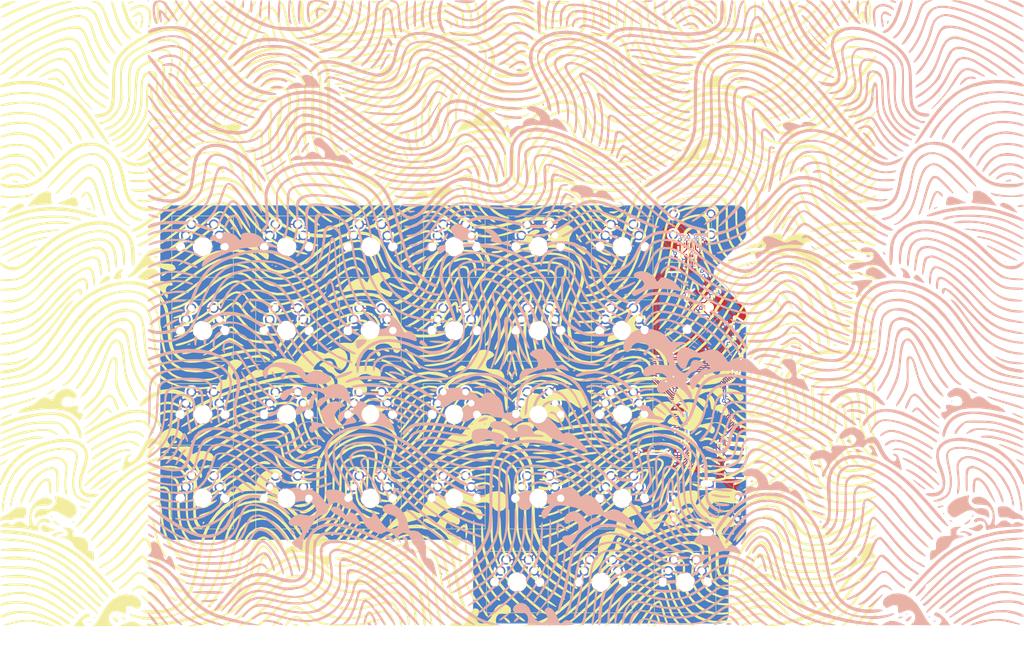
<source format=kicad_pcb>
(kicad_pcb (version 20221018) (generator pcbnew)
  (layers (0 "F.Cu" signal) (31 "B.Cu" signal) (34 "B.Paste" user) (35 "F.Paste" user) (36 "B.SilkS" user "B.Silkscreen") (37 "F.SilkS" user "F.Silkscreen") (38 "B.Mask" user) (39 "F.Mask" user) (44 "Edge.Cuts" user))
  (net 0 "")
  (net 1 "/USB/D+")
  (net 2 "/USB/D-")
  (net 3 "/USB/VBUS")
  (net 4 "Net-(J4-CC1)")
  (net 5 "Net-(J4-CC2)")
  (net 6 "+5V")
  (net 7 "+3V3")
  (net 8 "/MCU/ROTARY_INT1")
  (net 9 "/MCU/ROTARY_INT2")
  (net 11 "/MCU/SWD_CLK")
  (net 12 "/MCU/SWD_IO")
  (net 13 "/MCU/CAN_RX")
  (net 14 "/MCU/CAN_TX")
  (net 15 "GND")
  (net 16 "/MCU/S21")
  (net 17 "/MCU/S1")
  (net 18 "/MCU/S2")
  (net 19 "/MCU/S3")
  (net 20 "/MCU/S4")
  (net 21 "/MCU/S5")
  (net 22 "/MCU/S6")
  (net 23 "/MCU/S7")
  (net 24 "/MCU/S8")
  (net 25 "/MCU/S9")
  (net 26 "/MCU/S10")
  (net 27 "/MCU/S11")
  (net 28 "/MCU/S12")
  (net 29 "/MCU/S13")
  (net 30 "/MCU/S14")
  (net 31 "/MCU/S15")
  (net 32 "/MCU/S16")
  (net 33 "/MCU/S25")
  (net 34 "/MCU/S17")
  (net 35 "/MCU/S18")
  (net 36 "/MCU/S19")
  (net 37 "/MCU/S20")
  (net 38 "/MCU/S26")
  (net 39 "/MCU/S22")
  (net 40 "/MCU/S23")
  (net 41 "/MCU/S24")
  (net 42 "/MCU/S27")
  (net 43 "Net-(U1A-PG10-NRST)")
  (net 44 "Net-(U1A-PF0-OSC_IN)")
  (net 45 "/MCU/ROTARY_SW")
  (net 58 "Net-(U3-ADJ{slash}BYP)")
  (net 59 "Net-(D3-Pad1)")
  (net 63 "Net-(D4-D3)")
  (net 73 "/TRRS/+5V_IN")
  (net 74 "Net-(D4-D1)")
  (footprint "junon-kb:SOT-666_STM" (layer "F.Cu") (at 188.75 48.2 90)
    (fp_text reference "D1" hide)
    (fp_text value "USBLC6-2P6")
  )
  (footprint "junon-kb:SW_Cherry_MX_1.00u_PCB" (layer "F.Cu") (at 137.3 97.46)
    (fp_text reference "SW16" hide)
    (fp_text value "~")
  )
  (footprint "junon-kb:ECS3225MV320BNTR" (layer "F.Cu") (at 192.25 77.25 -135)
    (fp_text reference "Y1" hide)
    (fp_text value "ECS-3225MV-320-CN-TR" hide)
  )
  (footprint "junon-kb:SW_Cherry_MX_1.00u_PCB" (layer "F.Cu") (at 175.4 97.46)
    (fp_text reference "SW26" hide)
    (fp_text value "~")
  )
  (footprint "junon-kb:CAP_CL21_SAM" (layer "F.Cu") (at 183.6 58.6805 90)
    (fp_text reference "C13" hide)
    (fp_text value "0.01uF")
  )
  (footprint "junon-kb:SW_Cherry_MX_1.00u_PCB" (layer "F.Cu") (at 175.4 78.41)
    (fp_text reference "SW25" hide)
    (fp_text value "~")
  )
  (footprint "junon-kb:CAPC1005X33N" (layer "F.Cu") (at 193.9 92.9 -90)
    (fp_text reference "C2" hide)
    (fp_text value "0.1uF" hide)
  )
  (footprint "Rotary_Encoder:RotaryEncoder_Alps_EC11E-Switch_Vertical_H20mm" (layer "F.Cu") (at 184.527122 102.3)
    (fp_text reference "RE1" hide)
    (fp_text value "RotaryEncoder_Switch")
  )
  (footprint "junon-kb:SW_Cherry_MX_1.00u_PCB" (layer "F.Cu") (at 118.25 40.31)
    (fp_text reference "SW9" hide)
    (fp_text value "~")
  )
  (footprint "junon-kb:CAPC1005X33N" (layer "F.Cu") (at 185.86 90.5 180)
    (fp_text reference "C6" hide)
    (fp_text value "0.1uF" hide)
  )
  (footprint "junon-kb:SW_Cherry_MX_1.00u_PCB" (layer "F.Cu") (at 80.15 59.36)
    (fp_text reference "SW2" hide)
    (fp_text value "~")
  )
  (footprint "junon-kb:RES_0603_1P6XP8_PAN" (layer "F.Cu") (at 192.6 65.2 -135)
    (fp_text reference "R3" hide)
    (fp_text value "120R")
  )
  (footprint "junon-kb:CAPC1005X33N" (layer "F.Cu") (at 183.8 77 135)
    (fp_text reference "C1" hide)
    (fp_text value "0.1uF" hide)
  )
  (footprint "junon-kb:SW_Cherry_MX_1.00u_PCB" (layer "F.Cu") (at 156.35 40.31)
    (fp_text reference locked "SW18" hide)
    (fp_text value locked "~")
  )
  (footprint "junon-kb:CAPC1005X33N" (layer "F.Cu") (at 183.4 87.4 135)
    (fp_text reference "C4" hide)
    (fp_text value "0.1uF" hide)
  )
  (footprint "junon-kb:009159010061911" (layer "F.Cu") (at 201 93.2 -90)
    (fp_text reference "J1" hide)
    (fp_text value "STLINK-V3MINIE")
    (fp_line (start -4.5 0) (end 0.7 0) (stroke (width 0.1)) (layer "Edge.Cuts"))
    (fp_line (start 0.7 0) (end 0.7 2.8) (stroke (width 0.1)) (layer "Edge.Cuts"))
    (fp_line (start 1.3 0) (end 1.3 2.8) (stroke (width 0.1)) (layer "Edge.Cuts"))
    (fp_line (start 1.3 0) (end 4.5 0) (stroke (width 0.1)) (layer "Edge.Cuts"))
    (fp_arc (start 1.3 2.8) (mid 1 3.1) (end 0.7 2.8) (stroke (width 0.1)) (layer "Edge.Cuts"))
  )
  (footprint "junon-kb:SW_Cherry_MX_1.00u_PCB" (layer "F.Cu") (at 156.35 97.46)
    (fp_text reference "SW21" hide)
    (fp_text value "~")
  )
  (footprint "junon-kb:RES_ERJUP3_PAN" (layer "F.Cu") (at 184.1 48 180)
    (fp_text reference "R2" hide)
    (fp_text value "5.1k")
  )
  (footprint "junon-kb:SW_Cherry_MX_1.00u_PCB" (layer "F.Cu") (at 175.4 40.31)
    (fp_text reference "SW23" hide)
    (fp_text value "~")
  )
  (footprint "junon-kb:CAP_0603G_AVX" (layer "F.Cu") (at 186.5 59.2 -135)
    (fp_text reference "C14" hide)
    (fp_text value "1uF")
  )
  (footprint "junon-kb:SW_Cherry_MX_1.00u_PCB" (layer "F.Cu") (at 118.25 59.36)
    (fp_text reference "SW10" hide)
    (fp_text value "~")
  )
  (footprint "junon-kb:SW_Cherry_MX_1.00u_PCB" (layer "F.Cu") (at 175.4 59.36)
    (fp_text reference locked "SW24" hide)
    (fp_text value locked "~")
  )
  (footprint "junon-kb:BLM18EG121SH1D" (layer "F.Cu") (at 187.8 55 45)
    (fp_text reference "FB2" hide)
    (fp_text value "BLM18BB600SZ1D" hide)
  )
  (footprint "junon-kb:CAPC1005X33N" (layer "F.Cu") (at 190.1 75.2 45)
    (fp_text reference "C11" hide)
    (fp_text value "0.1uF" hide)
  )
  (footprint "LOGO" (layer "F.Cu") (at 131.1 60.6)
    (fp_text reference "G***" hide)
    (fp_text value "LOGO" hide)
  )
  (footprint "junon-kb:632723300011" (layer "F.Cu") (at 188.75 39.185 180)
    (fp_text reference "J4" hide)
    (fp_text value "632723300011" hide)
  )
  (footprint "junon-kb:RESET-2P-EDGE" (layer "F.Cu") (at 199.6 61.984)
    (fp_text reference "RST1" hide)
    (fp_text value "~")
  )
  (footprint "junon-kb:SW_Cherry_MX_1.00u_PCB" (layer "F.Cu") (at 80.15 40.31)
    (fp_text reference "SW1" hide)
    (fp_text value "~")
  )
  (footprint "junon-kb:SW_Cherry_MX_1.00u_PCB" (layer "F.Cu") (at 137.3 59.36)
    (fp_text reference "SW14" hide)
    (fp_text value "~")
  )
  (footprint "junon-kb:SW_Cherry_MX_1.00u_PCB" (layer "F.Cu") (at 99.2 59.36)
    (fp_text reference locked "SW6" hide)
    (fp_text value locked "~")
  )
  (footprint "junon-kb:SW_Cherry_MX_1.00u_PCB" (layer "F.Cu") (at 156.35 59.36)
    (fp_text reference "SW19" hide)
    (fp_text value "~")
  )
  (footprint "junon-kb:SW_Cherry_MX_1.00u_PCB" (layer "F.Cu") (at 99.2 78.41)
    (fp_text reference "SW7" hide)
    (fp_text value "~")
  )
  (footprint "junon-kb:LQFP48-7x7mm" (layer "F.Cu") (at 190.75 86.25 -90)
    (fp_text reference "U1" hide)
    (fp_text value "STM32G473CCT3")
  )
  (footprint "junon-kb:SOT-23-5_VAR-AA" (layer "F.Cu") (at 184.749999 54.97635 -90)
    (fp_text reference "U3" hide)
    (fp_text value "SPX3819M5-L-1-5/TR")
  )
  (footprint "junon-kb:CDBU" (layer "F.Cu") (at 186.9 52.1 90)
    (fp_text reference "D3" hide)
    (fp_text value "CDBU0520")
  )
  (footprint "junon-kb:SW_Cherry_MX_1.00u_PCB" (layer "F.Cu") (at 156.35 78.41)
    (fp_text reference "SW20" hide)
    (fp_text value "~")
  )
  (footprint "junon-kb:CAP_CL21_SAM" (layer "F.Cu") (at 179.8 91.7 180)
    (fp_text reference "C5" hide)
    (fp_text value "4.7uF")
  )
  (footprint "junon-kb:SW_Cherry_MX_1.00u_PCB" (layer "F.Cu") (at 137.3 78.41)
    (fp_text reference "SW15" hide)
    (fp_text value "~")
  )
  (footprint "junon-kb:SOIC127P600X165-8N" (layer "F.Cu") (at 196.3 68.4 135)
    (fp_text reference "IC1" hide)
    (fp_text value "BD41041FJ-CE2" hide)
  )
  (footprint "junon-kb:CAP_CL21_SAM" (layer "F.Cu") (at 188.4 75.7 90)
    (fp_text reference "C10" hide)
    (fp_text value "4.7uF")
  )
  (footprint "junon-kb:SW_Cherry_MX_1.00u_PCB" (layer "F.Cu") (at 99.2 40.31)
    (fp_text reference "SW5" hide)
    (fp_text value "~")
  )
  (footprint "junon-kb:RES_ERJUP3_PAN" (layer "F.Cu") (at 193.7 48)
    (fp_text reference "R1" hide)
    (fp_text value "5.1k")
  )
  (footprint "junon-kb:SW_Cherry_MX_1.00u_PCB" (layer "F.Cu") (at 118.25 78.41)
    (fp_text reference "SW11" hide)
    (fp_text value "~")
  )
  (footprint "junon-kb:CAPC1005X33N" (layer "F.Cu") (at 195.6 82)
    (fp_text reference "C3" hide)
    (fp_text value "0.1uF" hide)
  )
  (footprint "junon-kb:CAP_CL21_SAM" (layer "F.Cu") (at 181.7 89.8 135)
    (fp_text reference "C7" hide)
    (fp_text value "0.01uF")
  )
  (footprint "junon-kb:SW_Cherry_MX_1.00u_PCB" (layer "F.Cu") (at 170.6375 116.51)
    (fp_text reference "SW22" hide)
    (fp_text value "~")
  )
  (footprint "junon-kb:SW_Cherry_MX_1.00u_PCB" (layer "F.Cu") (at 189.6875 116.51)
    (fp_text reference "SW27" hide)
    (fp_text value "~")
  )
  (footprint "junon-kb:CAP_0603G_AVX" (layer "F.Cu") (at 182.7 88.5 135)
    (fp_text reference "C8" hide)
    (fp_text value "1uF")
  )
  (footprint "junon-kb:SW_Cherry_MX_1.00u_PCB" (layer "F.Cu") (at 80.15 97.46)
    (fp_text reference "SW4" hide)
    (fp_text value "~")
  )
  (footprint "junon-kb:BLM18EG121SH1D" (layer "F.Cu") (at 184.1 51.7527)
    (fp_text reference "FB1" hide)
    (fp_text value "BLM18BB600SZ1D" hide)
  )
  (footprint "junon-kb:UDFN6_1P60X1P60_ONS" (layer "F.Cu") (at 189.7 52.8 -135)
    (fp_text reference "D4" hide)
    (fp_text value "NUP3115UPMUTAG")
  )
  (footprint "junon-kb:SW_Cherry_MX_1.00u_PCB" (layer "F.Cu") (at 151.5875 116.51)
    (fp_text reference "SW17" hide)
    (fp_text value "~")
  )
  (footprint "junon-kb:SW_Cherry_MX_1.00u_PCB" (layer "F.Cu") (at 80.15 78.41)
    (fp_text reference "SW3" hide)
    (fp_text value "~")
  )
  (footprint "junon-kb:SW_Cherry_MX_1.00u_PCB" (layer "F.Cu") (at 118.25 97.46)
    (fp_text reference locked "SW12" hide)
    (fp_text value locked "~")
  )
  (footprint "junon-kb:SW_Cherry_MX_1.00u_PCB" (layer "F.Cu") (at 137.3 40.31)
    (fp_text reference "SW13" hide)
    (fp_text value "~")
  )
  (footprint "junon-kb:SJ-43514-SMT_CUD" (layer "F.Cu") (at 190.282218 61.470046 -45)
    (fp_text reference "J3" hide)
    (fp_text value "SJ-43514-SMT-TR")
  )
  (footprint "junon-kb:SW_Cherry_MX_1.00u_PCB" (layer "F.Cu") (at 99.2 97.46)
    (fp_text reference "SW8" hide)
    (fp_text value "~")
  )
  (footprint "junon-kb:CAP_CL21_SAM" (layer "F.Cu") (at 186.6 75.7 90)
    (fp_text reference "C12" hide)
    (fp_text value "0.01uF")
  )
  (footprint "junon-kb:SOD-123_ONS" (layer "F.Cu") (at 184.3 50 180)
    (fp_text reference "D2" hide)
    (fp_text value "MMSZ11T1G")
  )
  (footprint "LOGO" (layer "B.Cu") (at 164.6 60.4 180)
    (fp_text reference "G***" hide)
    (fp_text value "LOGO" hide)
  )
  (footprint "junon-kb:SJ-43514-SMT_CUD" (layer "B.Cu") (at 190.282218 61.470046 135)
    (fp_text reference "J2" hide)
    (fp_text value "SJ-43514-SMT-TR")
  )
  (gr_line (start 201 88.7) (end 201 60.456854) (stroke (width 0.1)) (layer "Edge.Cuts"))
  (gr_arc (start 201 42.4) (mid 200.847759 43.165367) (end 200.414214 43.814213) (stroke (width 0.1)) (layer "Edge.Cuts"))
  (gr_arc (start 199 36) (mid 200.414214 36.585786) (end 201 38) (stroke (width 0.1)) (layer "Edge.Cuts"))
  (gr_line (start 197 129) (end 197 115.828427) (stroke (width 0.1)) (layer "Edge.Cuts"))
  (gr_line (start 70 112) (end 137 112) (stroke (width 0.1)) (layer "Edge.Cuts"))
  (gr_arc (start 197 115.828427) (mid 197.152241 115.06306) (end 197.585787 114.414213) (stroke (width 0.1)) (layer "Edge.Cuts"))
  (gr_arc (start 68 38) (mid 68.585786 36.585786) (end 70 36) (stroke (width 0.1)) (layer "Edge.Cuts"))
  (gr_arc (start 201 110.171573) (mid 200.847759 110.93694) (end 200.414214 111.585786) (stroke (width 0.1)) (layer "Edge.Cuts"))
  (gr_line (start 199 36) (end 70 36) (stroke (width 0.1)) (layer "Edge.Cuts"))
  (gr_line (start 201 42.4) (end 201 38) (stroke (width 0.1)) (layer "Edge.Cuts"))
  (gr_line (start 194.214214 50.014213) (end 200.414214 43.814213) (stroke (width 0.1)) (layer "Edge.Cuts"))
  (gr_arc (start 141 131) (mid 139.585786 130.414214) (end 139 129) (stroke (width 0.1)) (layer "Edge.Cuts"))
  (gr_line (start 68 38) (end 68 110) (stroke (width 0.1)) (layer "Edge.Cuts"))
  (gr_line (start 139 114) (end 139 129) (stroke (width 0.1)) (layer "Edge.Cuts"))
  (gr_line (start 201 110.171573) (end 201 97.7) (stroke (width 0.1)) (layer "Edge.Cuts"))
  (gr_arc (start 137 112) (mid 138.414214 112.585786) (end 139 114) (stroke (width 0.1)) (layer "Edge.Cuts"))
  (gr_line (start 200.414213 59.04264) (end 194.214213 52.84264) (stroke (width 0.1)) (layer "Edge.Cuts"))
  (gr_line (start 141 131) (end 195 131) (stroke (width 0.1)) (layer "Edge.Cuts"))
  (gr_arc (start 197 129) (mid 196.414214 130.414214) (end 195 131) (stroke (width 0.1)) (layer "Edge.Cuts"))
  (gr_arc (start 70 112) (mid 68.585786 111.414214) (end 68 110) (stroke (width 0.1)) (layer "Edge.Cuts"))
  (gr_line (start 197.585787 114.414213) (end 200.414214 111.585786) (stroke (width 0.1)) (layer "Edge.Cuts"))
  (gr_arc (start 200.414213 59.04264) (mid 200.847759 59.691487) (end 201 60.456854) (stroke (width 0.1)) (layer "Edge.Cuts"))
  (gr_arc (start 194.214213 52.84264) (mid 193.6284 51.428418) (end 194.214214 50.014213) (stroke (width 0.1)) (layer "Edge.Cuts"))
  (segment locked (start 192.376999 91.51835) (end 192.376999 94.302607) (width 0.127) (layer "F.Cu") (net 1))
  (segment (start 192.499999 91.39535) (end 192.376999 91.51835) (width 0.127) (layer "F.Cu") (net 1))
  (segment (start 192.376999 94.302607) (end 192.376999 94.49494) (width 0.127) (layer "F.Cu") (net 1))
  (segment (start 189.249999 48.9112) (end 189.249999 49.575499) (width 0.127) (layer "F.Cu") (net 1))
  (segment (start 189.249999 47.4888) (end 189.249999 48.9112) (width 0.127) (layer "F.Cu") (net 1))
  (segment (start 189 46.7038) (end 189.249999 46.953799) (width 0.127) (layer "F.Cu") (net 1))
  (segment (start 192.376999 94.49494) (end 191.428881 95.443058) (width 0.127) (layer "F.Cu") (net 1))
  (segment (start 189 45.08) (end 189 46.7038) (width 0.127) (layer "F.Cu") (net 1))
  (segment (start 189.249999 46.953799) (end 189.249999 47.4888) (width 0.127) (layer "F.Cu") (net 1))
  (segment (start 189.249999 49.575499) (end 189.2745 49.6) (width 0.127) (layer "F.Cu") (net 1))
  (segment (start 192.499999 90.499999) (end 192.499999 91.39535) (width 0.127) (layer "F.Cu") (net 1))
  (via (at 189 46.7038) (size 0.5) (drill 0.3) (layers "F.Cu" "B.Cu") (net 1))
  (via (at 191.428881 95.443058) (size 0.5) (drill 0.3) (layers "F.Cu" "B.Cu") (net 1))
  (via (at 189.2745 49.6) (size 0.5) (drill 0.3) (layers "F.Cu" "B.Cu") (net 1))
  (segment (start 188.35 46.0538) (end 188.35 43.83) (width 0.127) (layer "B.Cu") (net 1))
  (segment (start 191.428881 95.443058) (end 190.756942 95.443058) (width 0.127) (layer "B.Cu") (net 1))
  (segment (start 188.315538 95.001369) (end 188.315538 95.001368) (width 0.127) (layer "B.Cu") (net 1))
  (segment (start 188.877001 49.997499) (end 189.2745 49.6) (width 0.127) (layer "B.Cu") (net 1))
  (segment (start 180.727 53.052606) (end 182.952606 50.827) (width 0.127) (layer "B.Cu") (net 1))
  (segment (start 188.452606 50.827) (end 188.877001 50.402605) (width 0.127) (layer "B.Cu") (net 1))
  (segment (start 182.952606 50.827) (end 188.452606 50.827) (width 0.127) (layer "B.Cu") (net 1))
  (segment (start 190.756942 95.443058) (end 190.354 95.846) (width 0.127) (layer "B.Cu") (net 1))
  (segment (start 188.925606 95.846) (end 188.739803 95.660197) (width 0.127) (layer "B.Cu") (net 1))
  (segment (start 180.727 75.947394) (end 180.727 53.052606) (width 0.127) (layer "B.Cu") (net 1))
  (segment (start 188.080974 95.001368) (end 187.627 94.547394) (width 0.127) (layer "B.Cu") (net 1))
  (segment (start 187.627 82.847394) (end 180.727 75.947394) (width 0.127) (layer "B.Cu") (net 1))
  (segment (start 189 46.7038) (end 188.35 46.0538) (width 0.127) (layer "B.Cu") (net 1))
  (segment (start 187.627 94.547394) (end 187.627 82.847394) (width 0.127) (layer "B.Cu") (net 1))
  (segment (start 188.080974 95.001369) (end 188.080974 95.001368) (width 0.127) (layer "B.Cu") (net 1))
  (segment (start 188.315538 95.001368) (end 188.315537 95.001368) (width 0.127) (layer "B.Cu") (net 1))
  (segment (start 188.739804 95.19107) (end 188.739803 95.19107) (width 0.127) (layer "B.Cu") (net 1))
  (segment (start 188.877001 50.402605) (end 188.877001 49.997499) (width 0.127) (layer "B.Cu") (net 1))
  (segment (start 188.739802 95.425634) (end 188.739803 95.425634) (width 0.127) (layer "B.Cu") (net 1))
  (segment (start 188.739803 95.425634) (end 188.739803 95.425633) (width 0.127) (layer "B.Cu") (net 1))
  (segment (start 188.739803 95.19107) (end 188.550101 95.001368) (width 0.127) (layer "B.Cu") (net 1))
  (segment (start 190.354 95.846) (end 188.925606 95.846) (width 0.127) (layer "B.Cu") (net 1))
  (arc (start 188.315537 95.001368) (mid 188.198256 95.049948) (end 188.080974 95.001369) (width 0.127) (layer "B.Cu") (net 1))
  (arc (start 188.739803 95.660197) (mid 188.691223 95.542916) (end 188.739802 95.425634) (width 0.127) (layer "B.Cu") (net 1))
  (arc (start 188.550101 95.001368) (mid 188.432819 94.952789) (end 188.315538 95.001369) (width 0.127) (layer "B.Cu") (net 1))
  (arc (start 188.739803 95.425633) (mid 188.788383 95.308352) (end 188.739804 95.19107) (width 0.127) (layer "B.Cu") (net 1))
  (segment (start 192 91.39535) (end 192.123 91.51835) (width 0.127) (layer "F.Cu") (net 2))
  (segment (start 192.123 91.51835) (end 192.123 94.197394) (width 0.127) (layer "F.Cu") (net 2))
  (segment (start 188.250001 46.953799) (end 188.250001 47.4888) (width 0.127) (layer "F.Cu") (net 2))
  (segment (start 188.5 46.7038) (end 188.250001 46.953799) (width 0.127) (layer "F.Cu") (net 2))
  (segment (start 188.250001 48.9112) (end 188.250001 49.575499) (width 0.127) (layer "F.Cu") (net 2))
  (segment (start 190.995823 95.804177) (end 190.7 96.1) (width 0.127) (layer "F.Cu") (net 2))
  (segment locked (start 192.123 94.197394) (end 191.206717 95.113677) (width 0.127) (layer "F.Cu") (net 2))
  (segment (start 188.250001 47.4888) (end 188.250001 48.9112) (width 0.127) (layer "F.Cu") (net 2))
  (segment (start 192 90.499999) (end 192 91.39535) (width 0.127) (layer "F.Cu") (net 2))
  (segment (start 188.5 44.48) (end 188.5 45.08) (width 0.127) (layer "F.Cu") (net 2))
  (segment (start 191.206717 95.113677) (end 190.995823 95.324572) (width 0.127) (layer "F.Cu") (net 2))
  (segment (start 189.15 43.83) (end 188.5 44.48) (width 0.127) (layer "F.Cu") (net 2))
  (segment (start 188.250001 49.575499) (end 188.2255 49.6) (width 0.127) (layer "F.Cu") (net 2))
  (segment (start 190.995823 95.324572) (end 190.995823 95.804177) (width 0.127) (layer "F.Cu") (net 2))
  (segment (start 188.5 45.08) (end 188.5 46.7038) (width 0.127) (layer "F.Cu") (net 2))
  (via (at 190.7 96.1) (size 0.5) (drill 0.3) (layers "F.Cu" "B.Cu") (net 2))
  (via (at 188.2255 49.6) (size 0.5) (drill 0.3) (layers "F.Cu" "B.Cu") (net 2))
  (segment (start 182.847394 50.573) (end 188.347394 50.573) (width 0.127) (layer "B.Cu") (net 2))
  (segment (start 188.347394 50.573) (end 188.622999 50.297395) (width 0.127) (layer "B.Cu") (net 2))
  (segment (start 188.622999 49.997499) (end 188.2255 49.6) (width 0.127) (layer "B.Cu") (net 2))
  (segment (start 187.373 94.652606) (end 187.373 82.952606) (width 0.127) (layer "B.Cu") (net 2))
  (segment (start 180.473 52.947394) (end 182.847394 50.573) (width 0.127) (layer "B.Cu") (net 2))
  (segment (start 180.473 76.052606) (end 180.473 52.947394) (width 0.127) (layer "B.Cu") (net 2))
  (segment (start 188.820394 96.1) (end 187.373 94.652606) (width 0.127) (layer "B.Cu") (net 2))
  (segment (start 187.373 82.952606) (end 180.473 76.052606) (width 0.127) (layer "B.Cu") (net 2))
  (segment (start 190.7 96.1) (end 188.820394 96.1) (width 0.127) (layer "B.Cu") (net 2))
  (segment (start 188.622999 50.297395) (end 188.622999 49.997499) (width 0.127) (layer "B.Cu") (net 2))
  (segment (start 186.3 47.2) (end 186.3 48.3) (width 0.25) (layer "F.Cu") (net 3))
  (segment (start 186.3 48.3) (end 186.3 49.6764) (width 0.5) (layer "F.Cu") (net 3))
  (segment (start 190 43.88) (end 190 45.08) (width 0.25) (layer "F.Cu") (net 3))
  (segment (start 187.5 45.08) (end 187.5 46) (width 0.25) (layer "F.Cu") (net 3))
  (segment (start 187.5 46) (end 186.3 47.2) (width 0.25) (layer "F.Cu") (net 3))
  (segment (start 185.9764 50) (end 186.9 50.9236) (width 0.5) (layer "F.Cu") (net 3))
  (segment (start 186.9 50.9236) (end 186.9 51.2745) (width 0.25) (layer "F.Cu") (net 3))
  (segment (start 187.5 43.88) (end 187.5 45.08) (width 0.25) (layer "F.Cu") (net 3))
  (segment (start 186.3 49.6764) (end 185.9764 50) (width 0.25) (layer "F.Cu") (net 3))
  (via (at 186.3 48.3) (size 0.8) (drill 0.4) (layers "F.Cu" "B.Cu") (net 3))
  (segment (start 190.5 47.8) (end 190 48.3) (width 0.25) (layer "B.Cu") (net 3))
  (segment (start 190 48.3) (end 186.3 48.3) (width 0.25) (layer "B.Cu") (net 3))
  (segment (start 189.95 44.289619) (end 190.5 44.839619) (width 0.25) (layer "B.Cu") (net 3))
  (segment (start 189.95 43.83) (end 189.95 44.289619) (width 0.25) (layer "B.Cu") (net 3))
  (segment (start 190.5 44.839619) (end 190.5 47.8) (width 0.25) (layer "B.Cu") (net 3))
  (segment (start 191.52 48) (end 192.8999 48) (width 0.25) (layer "F.Cu") (net 4))
  (segment (start 189.5 45.98) (end 191.52 48) (width 0.25) (layer "F.Cu") (net 4))
  (segment (start 189.5 45.08) (end 189.5 45.98) (width 0.25) (layer "F.Cu") (net 4))
  (segment (start 184.9 46.9) (end 184.9 47.9999) (width 0.25) (layer "F.Cu") (net 5))
  (via (at 184.9 46.9) (size 0.8) (drill 0.4) (layers "F.Cu" "B.Cu") (net 5))
  (segment (start 187.95 43.13) (end 187.95 42.670381) (width 0.25) (layer "B.Cu") (net 5))
  (segment (start 186.079619 40.8) (end 183.5 40.8) (width 0.25) (layer "B.Cu") (net 5))
  (segment (start 182.6 41.7) (end 182.6 44.6) (width 0.25) (layer "B.Cu") (net 5))
  (segment (start 182.6 44.6) (end 184.9 46.9) (width 0.25) (layer "B.Cu") (net 5))
  (segment (start 183.5 40.8) (end 182.6 41.7) (width 0.25) (layer "B.Cu") (net 5))
  (segment (start 187.95 42.670381) (end 186.079619 40.8) (width 0.25) (layer "B.Cu") (net 5))
  (segment (start 185.7 53.019751) (end 185.280249 52.6) (width 0.5) (layer "F.Cu") (net 6))
  (segment (start 185.7 53.7) (end 185.7 53.019751) (width 0.5) (layer "F.Cu") (net 6))
  (segment (start 183.799998 53.7) (end 183.799998 52.700002) (width 0.25) (layer "F.Cu") (net 6))
  (segment (start 186.9 56.3) (end 186.9 55.9) (width 0.25) (layer "F.Cu") (net 6))
  (segment (start 185.280249 52.6) (end 183.8 52.6) (width 0.5) (layer "F.Cu") (net 6))
  (segment (start 183.8 52.6) (end 183.425 52.225) (width 0.5) (layer "F.Cu") (net 6))
  (segment (start 183.425 52.225) (end 183.425 51.7527) (width 0.5) (layer "F.Cu") (net 6))
  (segment (start 187.322703 55.322703) (end 185.7 53.7) (width 0.25) (layer "F.Cu") (net 6))
  (segment (start 199.8 71) (end 198.713209 69.913209) (width 0.25) (layer "F.Cu") (net 6))
  (segment (start 186.9 55.9) (end 187.322703 55.477297) (width 0.25) (layer "F.Cu") (net 6))
  (via (at 186.9 56.3) (size 0.8) (drill 0.4) (layers "F.Cu" "B.Cu") (net 6))
  (via (at 199.8 71) (size 0.8) (drill 0.4) (layers "F.Cu" "B.Cu") (net 6))
  (segment (start 191.005448 60.9) (end 186.9 56.794552) (width 0.25) (layer "B.Cu") (net 6))
  (segment (start 186.9 56.794552) (end 186.9 56.3) (width 0.25) (layer "B.Cu") (net 6))
  (segment (start 199.8 71) (end 199.8 67.1) (width 0.25) (layer "B.Cu") (net 6))
  (segment locked (start 199.8 67.1) (end 193.6 60.9) (width 0.25) (layer "B.Cu") (net 6))
  (segment (start 193.6 60.9) (end 191.005448 60.9) (width 0.25) (layer "B.Cu") (net 6))
  (segment (start 185.7 56.9027) (end 185.15 57.4527) (width 0.5) (layer "F.Cu") (net 7))
  (segment (start 194.999999 83.5) (end 194.999999 83.100001) (width 0.25) (layer "F.Cu") (net 7))
  (segment (start 193.5 91.1) (end 193.5 90.499999) (width 0.25) (layer "F.Cu") (net 7))
  (segment (start 183.725269 88.606243) (end 183.265756 89.065756) (width 0.25) (layer "F.Cu") (net 7))
  (segment (start 191.7 74.7) (end 186.6722 74.7) (width 0.25) (layer "F.Cu") (net 7))
  (segment (start 185.7 56.9027) (end 186.25 57.4527) (width 0.5) (layer "F.Cu") (net 7))
  (segment (start 182.356054 90.456054) (end 181.112108 91.7) (width 0.25) (layer "F.Cu") (net 7))
  (segment (start 187.065756 58.268456) (end 186.25 57.4527) (width 0.25) (layer "F.Cu") (net 7))
  (segment (start 183.725269 87.725269) (end 183.725269 88.606243) (width 0.25) (layer "F.Cu") (net 7))
  (segment (start 193.593503 77.037868) (end 192.462132 75.906497) (width 0.25) (layer "F.Cu") (net 7))
  (segment (start 181.112108 91.7) (end 180.7278 91.7) (width 0.25) (layer "F.Cu") (net 7))
  (segment (start 194.999999 83.100001) (end 195.2 82.9) (width 0.25) (layer "F.Cu") (net 7))
  (segment (start 186.500001 87.5) (end 185.2 87.5) (width 0.25) (layer "F.Cu") (net 7))
  (segment (start 184.9 87.5) (end 184.8 87.6) (width 0.25) (layer "F.Cu") (net 7))
  (segment (start 185.7 56.2527) (end 185.7 56.9027) (width 0.5) (layer "F.Cu") (net 7))
  (segment (start 186.3 89.6) (end 186.3 90.48) (width 0.25) (layer "F.Cu") (net 7))
  (segment (start 182.9 89.912108) (end 182.356054 90.456054) (width 0.25) (layer "F.Cu") (net 7))
  (segment (start 186.500001 89.399999) (end 186.3 89.6) (width 0.25) (layer "F.Cu") (net 7))
  (segment (start 193.9 92.44) (end 193.9 91.5) (width 0.25) (layer "F.Cu") (net 7))
  (segment (start 192.462132 75.462132) (end 191.7 74.7) (width 0.25) (layer "F.Cu") (net 7))
  (segment (start 186.500001 89) (end 186.500001 89.399999) (width 0.25) (layer "F.Cu") (net 7))
  (segment (start 193.9 91.5) (end 193.5 91.1) (width 0.25) (layer "F.Cu") (net 7))
  (segment (start 186.500001 87.000001) (end 185.699999 87.000001) (width 0.25) (layer "F.Cu") (net 7))
  (segment (start 185.699999 87.000001) (end 185.2 87.5) (width 0.25) (layer "F.Cu") (net 7))
  (segment (start 193.5 82.000001) (end 195.040001 82.000001) (width 0.25) (layer "F.Cu") (net 7))
  (segment (start 184.8 87.6) (end 183.850538 87.6) (width 0.25) (layer "F.Cu") (net 7))
  (segment (start 182.9 89.431512) (end 182.9 89.912108) (width 0.25) (layer "F.Cu") (net 7))
  (segment (start 183.265756 89.065756) (end 182.9 89.431512) (width 0.25) (layer "F.Cu") (net 7))
  (segment (start 195.2 82.9) (end 195.2 82.16) (width 0.25) (layer "F.Cu") (net 7))
  (segment (start 185.2 87.5) (end 184.9 87.5) (width 0.25) (layer "F.Cu") (net 7))
  (via (at 195.2 82.9) (size 0.8) (drill 0.4) (layers "F.Cu" "B.Cu") (net 7))
  (via (at 193.9 91.5) (size 0.8) (drill 0.4) (layers "F.Cu" "B.Cu") (net 7))
  (via (at 185.15 57.4527) (size 1.2) (drill 0.2) (layers "F.Cu" "B.Cu") (net 7))
  (via (at 186.25 57.4527) (size 1.2) (drill 0.2) (layers "F.Cu" "B.Cu") (net 7))
  (via (at 191.7 74.7) (size 0.8) (drill 0.4) (layers "F.Cu" "B.Cu") (net 7))
  (via (at 184.8 87.6) (size 0.8) (drill 0.4) (layers "F.Cu" "B.Cu") (net 7))
  (via (at 186.3 89.6) (size 0.8) (drill 0.4) (layers "F.Cu" "B.Cu") (net 7))
  (segment (start 191 90.499999) (end 191 92.318376) (width 0.25) (layer "F.Cu") (net 8))
  (segment (start 191 92.318376) (end 184.527122 98.791254) (width 0.25) (layer "F.Cu") (net 8))
  (segment (start 184.527122 98.791254) (end 184.527122 102.3) (width 0.25) (layer "F.Cu") (net 8))
  (segment (start 191.500001 90.499999) (end 191.500001 92.454771) (width 0.25) (layer "F.Cu") (net 9))
  (segment (start 191.500001 92.454771) (end 186.25 97.704772) (width 0.25) (layer "F.Cu") (net 9))
  (segment (start 186.25 97.704772) (end 186.25 106.15) (width 0.25) (layer "F.Cu") (net 9))
  (segment (start 186.25 106.15) (end 185.1 107.3) (width 0.25) (layer "F.Cu") (net 9))
  (segment (start 196.175 90.375) (end 197 91.2) (width 0.25) (layer "F.Cu") (net 11))
  (segment (start 196.175 88.775701) (end 196.175 90.375) (width 0.25) (layer "F.Cu") (net 11))
  (segment (start 194.999999 88.500001) (end 195.8993 88.500001) (width 0.25) (layer "F.Cu") (net 11))
  (segment (start 195.8993 88.500001) (end 196.175 88.775701) (width 0.25) (layer "F.Cu") (net 11))
  (segment (start 194.100701 87.999999) (end 193.8 88.3007) (width 0.25) (layer "F.Cu") (net 12))
  (segment (start 194.275 90.775) (end 196.7 93.2) (width 0.25) (layer "F.Cu") (net 12))
  (segment (start 194.275 89.975) (end 194.275 90.775) (width 0.25) (layer "F.Cu") (net 12))
  (segment (start 193.8 88.3007) (end 193.8 89.5) (width 0.25) (layer "F.Cu") (net 12))
  (segment (start 193.8 89.5) (end 194.275 89.975) (width 0.25) (layer "F.Cu") (net 12))
  (segment (start 194.999999 87.999999) (end 194.100701 87.999999) (width 0.25) (layer "F.Cu") (net 12))
  (segment (start 200.525 69.930923) (end 199.60926 69.015183) (width 0.25) (layer "F.Cu") (net 13))
  (segment (start 197.374503 80.443248) (end 196.6245 79.693245) (width 0.25) (layer "F.Cu") (net 13))
  (segment (start 199 73.8) (end 200.525 72.275) (width 0.25) (layer "F.Cu") (net 13))
  (segment (start 197.374503 83.797588) (end 197.374503 80.443248) (width 0.25) (layer "F.Cu") (net 13))
  (segment (start 200.525 72.275) (end 200.525 69.930923) (width 0.25) (layer "F.Cu") (net 13))
  (segment (start 194.999999 85) (end 196.172091 85) (width 0.25) (layer "F.Cu") (net 13))
  (segment (start 196.22209 84.950001) (end 197.374503 83.797588) (width 0.25) (layer "F.Cu") (net 13))
  (segment (start 196.172091 85) (end 196.22209 84.950001) (width 0.25) (layer "F.Cu") (net 13))
  (via (at 199 73.8) (size 0.8) (drill 0.4) (layers "F.Cu" "B.Cu") (net 13))
  (via (at 196.6245 79.693245) (size 0.8) (drill 0.4) (layers "F.Cu" "B.Cu") (net 13))
  (segment (start 198.625305 73.8) (end 199 73.8) (width 0.25) (layer "B.Cu") (net 13))
  (segment (start 196.35 76.05) (end 196.375305 76.05) (width 0.25) (layer "B.Cu") (net 13))
  (segment (start 196.375305 76.05) (end 198.625305 73.8) (width 0.25) (layer "B.Cu") (net 13))
  (segment (start 196.6245 79.693245) (end 196.35 79.418745) (width 0.25) (layer "B.Cu") (net 13))
  (segment (start 196.35 79.418745) (end 196.35 76.05) (width 0.25) (layer "B.Cu") (net 13))
  (segment (start 194.999999 84.500001) (end 196.035694 84.500001) (width 0.25) (layer "F.Cu") (net 14))
  (segment (start 196.035694 84.500001) (end 196.924503 83.611192) (width 0.25) (layer "F.Cu") (net 14))
  (segment (start 197.9 72.694077) (end 196.915183 71.70926) (width 0.25) (layer "F.Cu") (net 14))
  (segment (start 196.924503 81.424503) (end 195.9 80.4) (width 0.25) (layer "F.Cu") (net 14))
  (segment (start 196.924503 83.611192) (end 196.924503 81.424503) (width 0.25) (layer "F.Cu") (net 14))
  (segment (start 197.9 73.5) (end 197.9 72.694077) (width 0.25) (layer "F.Cu") (net 14))
  (via (at 195.9 80.4) (size 0.8) (drill 0.4) (layers "F.Cu" "B.Cu") (net 14))
  (via (at 197.9 73.5) (size 0.8) (drill 0.4) (layers "F.Cu" "B.Cu") (net 14))
  (segment (start 195.9 80.4) (end 195.9 75.5) (width 0.25) (layer "B.Cu") (net 14))
  (segment (start 195.9 75.5) (end 197.9 73.5) (width 0.25) (layer "B.Cu") (net 14))
  (segment (start 195.741386 68.739411) (end 193.945334 68.739411) (width 0.25) (layer "F.Cu") (net 15))
  (segment (start 188.75 48.9112) (end 188.75 51.85) (width 0.25) (layer "F.Cu") (net 15))
  (segment (start 184.749999 54.42625) (end 184.176249 55) (width 0.6) (layer "F.Cu") (net 15))
  (segment (start 178.8722 91.1278) (end 178.8722 91.7) (width 0.25) (layer "F.Cu") (net 15))
  (segment (start 186.2278 76.6278) (end 184.5 74.9) (width 0.25) (layer "F.Cu") (net 15))
  (segment (start 182.810091 75.989909) (end 183.474731 76.654549) (width 0.25) (layer "F.Cu") (net 15))
  (segment (start 190.906497 77.462132) (end 190.906497 76.657035) (width 0.25) (layer "F.Cu") (net 15))
  (segment (start 194.999999 83.999999) (end 195.8993 83.999999) (width 0.25) (layer "F.Cu") (net 15))
  (segment (start 185.2 89.2) (end 185.2 90.3) (width 0.25) (layer "F.Cu") (net 15))
  (segment (start 191.5 45.08) (end 191.5 46.3) (width 0.25) (layer "F.Cu") (net 15))
  (segment (start 186 43.88) (end 186 45.08) (width 0.25) (layer "F.Cu") (net 15))
  (segment (start 186 45.08) (end 184.92 45.08) (width 0.25) (layer "F.Cu") (net 15))
  (segment (start 184.749999 53.7) (end 184.749999 54.42625) (width 0.6) (layer "F.Cu") (net 15))
  (segment (start 185.2 90.3) (end 185.4 90.5) (width 0.25) (layer "F.Cu") (net 15))
  (segment (start 183.424962 86.7245) (end 183.074731 87.074731) (width 0.25) (layer "F.Cu") (net 15))
  (segment (start 196.06 82.760497) (end 196.199503 82.9) (width 0.25) (layer "F.Cu") (net 15))
  (segment (start 182.993757 87.074731) (end 182.134244 87.934244) (width 0.25) (layer "F.Cu") (net 15))
  (segment (start 188.4 76.6278) (end 186.6 76.6278) (width 0.25) (layer "F.Cu") (net 15))
  (segment (start 196.199503 83.699796) (end 196.199503 82.9) (width 0.25) (layer "F.Cu") (net 15))
  (segment (start 192.715183 67.784817) (end 191.8 68.7) (width 0.25) (layer "F.Cu") (net 15))
  (segment (start 185.6007 88.500001) (end 185.2 88.900701) (width 0.25) (layer "F.Cu") (net 15))
  (segment (start 182.134244 88.053648) (end 181.043946 89.143946) (width 0.25) (layer "F.Cu") (net 15))
  (segment (start 186 45.08) (end 186 46.3) (width 0.25) (layer "F.Cu") (net 15))
  (segment (start 193.945334 68.739411) (end 192.99074 67.784817) (width 0.25) (layer "F.Cu") (net 15))
  (segment (start 188.75 51.85) (end 189.7 52.8) (width 0.25) (layer "F.Cu") (net 15))
  (segment (start 195.8993 83.999999) (end 196.199503 83.699796) (width 0.25) (layer "F.Cu") (net 15))
  (segment (start 196.06 82) (end 196.06 82.760497) (width 0.25) (layer "F.Cu") (net 15))
  (segment (start 184.8 86.7245) (end 183.424962 86.7245) (width 0.25) (layer "F.Cu") (net 15))
  (segment (start 193.000001 93.020001) (end 193.000001 90.499999) (width 0.25) (layer "F.Cu") (net 15))
  (segment (start 185.0245 86.5) (end 184.8 86.7245) (width 0.25) (layer "F.Cu") (net 15))
  (segment (start 195.741386 68.739411) (end 197.813209 70.811234) (width 0.25) (layer "F.Cu") (net 15))
  (segment (start 190.75 43.83) (end 191.55 43.83) (width 0.25) (layer "F.Cu") (net 15))
  (segment (start 191.5 43.88) (end 191.5 45.08) (width 0.25) (layer "F.Cu") (net 15))
  (segment (start 188.672378 76.6278) (end 189.774731 75.525447) (width 0.25) (layer "F.Cu") (net 15))
  (segment (start 186.500001 88.500001) (end 185.6007 88.500001) (width 0.25) (layer "F.Cu") (net 15))
  (segment (start 186.75 43.83) (end 185.95 43.83) (width 0.25) (layer "F.Cu") (net 15))
  (segment (start 185.95 43.83) (end 186 43.88) (width 0.25) (layer "F.Cu") (net 15))
  (segment (start 180.856054 89.143946) (end 178.8722 91.1278) (width 0.25) (layer "F.Cu") (net 15))
  (segment (start 191.55 43.83) (end 191.5 43.88) (width 0.25) (layer "F.Cu") (net 15))
  (segment (start 185.2 88.900701) (end 185.2 89.2) (width 0.25) (layer "F.Cu") (net 15))
  (segment (start 185.0245 86.5) (end 186.500001 86.5) (width 0.25) (layer "F.Cu") (net 15))
  (segment (start 193.9 93.36) (end 193.34 93.36) (width 0.25) (layer "F.Cu") (net 15))
  (segment (start 193.34 93.36) (end 193.000001 93.020001) (width 0.25) (layer "F.Cu") (net 15))
  (segment (start 184.176249 55) (end 182.1 55) (width 0.6) (layer "F.Cu") (net 15))
  (segment (start 190.906497 76.657035) (end 189.774731 75.525269) (width 0.25) (layer "F.Cu") (net 15))
  (segment (start 192.64 45.1) (end 191.56 45.1) (width 0.25) (layer "F.Cu") (net 15))
  (segment (start 185.4 90.5) (end 185.4 91.8) (width 0.25) (layer "F.Cu") (net 15))
  (via (at 197.4 63) (size 0.8) (drill 0.4) (layers "F.Cu" "B.Cu") (net 15))
  (via (at 184.5 69.5) (size 0.8) (drill 0.4) (layers "F.Cu" "B.Cu") (net 15))
  (via (at 184.8 94.8) (size 0.8) (drill 0.4) (layers "F.Cu" "B.Cu") (net 15))
  (via (at 185.4 91.8) (size 0.8) (drill 0.4) (layers "F.Cu" "B.Cu") (net 15))
  (via (at 182.810091 75.989909) (size 0.8) (drill 0.4) (layers "F.Cu" "B.Cu") (net 15))
  (via (at 184.5 74.9) (size 0.8) (drill 0.4) (layers "F.Cu" "B.Cu") (net 15))
  (via (at 184.8 82) (size 0.8) (drill 0.4) (layers "F.Cu" "B.Cu") (net 15))
  (via (at 198.5 99.2) (size 0.8) (drill 0.4) (layers "F.Cu" "B.Cu") (net 15))
  (via (at 184.8 86.7245) (size 0.8) (drill 0.4) (layers "F.Cu" "B.Cu") (net 15))
  (via (at 199.75 86.45) (size 0.8) (drill 0.4) (layers "F.Cu" "B.Cu") (net 15))
  (via (at 196.199503 82.9) (size 0.8) (drill 0.4) (layers "F.Cu" "B.Cu") (net 15))
  (via (at 191.8 68.7) (size 0.8) (drill 0.4) (layers "F.Cu" "B.Cu") (net 15))
  (segment (start 182.810091 75.989909) (end 183.410091 75.989909) (width 0.25) (layer "B.Cu") (net 15))
  (segment (start 195.8 92.4) (end 195.8 96) (width 0.25) (layer "B.Cu") (net 15))
  (segment (start 199.6 63) (end 197.4 63) (width 0.25) (layer "B.Cu") (net 15))
  (segment (start 195.8 88.75) (end 195.8 92.4) (width 0.25) (layer "B.Cu") (net 15))
  (segment (start 183.410091 75.989909) (end 184.5 74.9) (width 0.25) (layer "B.Cu") (net 15))
  (segment (start 199.75 86.45) (end 198.1 86.45) (width 0.25) (layer "B.Cu") (net 15))
  (segment (start 185.4 91.8) (end 185.4 94.2) (width 0.25) (layer "B.Cu") (net 15))
  (segment (start 184.5 74.9) (end 184.5 69.5) (width 0.25) (layer "B.Cu") (net 15))
  (segment (start 198.1 86.45) (end 195.8 88.75) (width 0.25) (layer "B.Cu") (net 15))
  (segment (start 198.1 86.45) (end 198.1 84.8) (width 0.25) (layer "B.Cu") (net 15))
  (segment (start 190.363888 68.7) (end 189.324923 67.661035) (width 0.25) (layer "B.Cu") (net 15))
  (segment (start 191.8 68.7) (end 190.363888 68.7) (width 0.25) (layer "B.Cu") (net 15))
  (segment (start 195.8 96) (end 197 97.2) (width 0.25) (layer "B.Cu") (net 15))
  (segment (start 197 91.2) (end 195.8 92.4) (width 0.25) (layer "B.Cu") (net 15))
  (segment (start 196.2 82.9) (end 196.199503 82.9) (width 0.25) (layer "B.Cu") (net 15))
  (segment (start 185.4 94.2) (end 184.8 94.8) (width 0.25) (layer "B.Cu") (net 15))
  (segment (start 198.5 97.2) (end 198.5 99.2) (width 0.25) (layer "B.Cu") (net 15))
  (segment (start 196.2 82.9) (end 198.1 84.8) (width 0.25) (layer "B.Cu") (net 15))
  (segment (start 184.8 86.7245) (end 184.8 82) (width 0.25) (layer "B.Cu") (net 15))
  (segment (start 160.51 93.3) (end 156.35 97.46) (width 0.25) (layer "F.Cu") (net 16))
  (segment (start 188.499999 91.636397) (end 186.836396 93.3) (width 0.25) (layer "F.Cu") (net 16))
  (segment (start 151.27 97.46) (end 156.35 97.46) (width 0.25) (layer "F.Cu") (net 16))
  (segment (start 186.836396 93.3) (end 160.51 93.3) (width 0.25) (layer "F.Cu") (net 16))
  (segment (start 188.499999 90.499999) (end 188.499999 91.636397) (width 0.25) (layer "F.Cu") (net 16))
  (segment (start 195.75 77.386396) (end 195.75 76.313604) (width 0.25) (layer "F.Cu") (net 17))
  (segment (start 162.2 61.2) (end 156.5 55.5) (width 0.25) (layer "F.Cu") (net 17))
  (segment (start 195.75 76.313604) (end 192.736396 73.3) (width 0.25) (layer "F.Cu") (net 17))
  (segment (start 192.499999 82.000001) (end 192.5 80.636396) (width 0.25) (layer "F.Cu") (net 17))
  (segment (start 192.5 80.636396) (end 195.75 77.386396) (width 0.25) (layer "F.Cu") (net 17))
  (segment (start 166.936396 73.3) (end 162.2 68.563604) (width 0.25) (layer "F.Cu") (net 17))
  (segment (start 162.2 68.563604) (end 162.2 61.2) (width 0.25) (layer "F.Cu") (net 17))
  (segment (start 96.5 55.5) (end 81.31 40.31) (width 0.25) (layer "F.Cu") (net 17))
  (segment (start 81.31 40.31) (end 80.15 40.31) (width 0.25) (layer "F.Cu") (net 17))
  (segment (start 75.07 40.31) (end 80.15 40.31) (width 0.25) (layer "F.Cu") (net 17))
  (segment (start 192.736396 73.3) (end 166.936396 73.3) (width 0.25) (layer "F.Cu") (net 17))
  (segment (start 156.5 55.5) (end 96.5 55.5) (width 0.25) (layer "F.Cu") (net 17))
  (segment (start 189 80.477208) (end 188.122792 79.6) (width 0.25) (layer "F.Cu") (net 18))
  (segment (start 188.122792 79.6) (end 184.122792 79.6) (width 0.25) (layer "F.Cu") (net 18))
  (segment (start 180.072792 75.55) (end 97.45 75.55) (width 0.25) (layer "F.Cu") (net 18))
  (segment (start 184.122792 79.6) (end 180.072792 75.55) (width 0.25) (layer "F.Cu") (net 18))
  (segment (start 81.26 59.36) (end 80.15 59.36) (width 0.25) (layer "F.Cu") (net 18))
  (segment (start 80.15 59.36) (end 75.07 59.36) (width 0.25) (layer "F.Cu") (net 18))
  (segment (start 189.000001 82.000001) (end 189 80.477208) (width 0.25) (layer "F.Cu") (net 18))
  (segment (start 97.45 75.55) (end 81.26 59.36) (width 0.25) (layer "F.Cu") (net 18))
  (segment (start 91.7 88.8) (end 81.31 78.41) (width 0.25) (layer "F.Cu") (net 19))
  (segment (start 178.927208 88.8) (end 91.7 88.8) (width 0.25) (layer "F.Cu") (net 19))
  (segment (start 182.727208 85) (end 178.927208 88.8) (width 0.25) (layer "F.Cu") (net 19))
  (segment (start 81.31 78.41) (end 80.41 78.41) (width 0.25) (layer "F.Cu") (net 19))
  (segment (start 75.07 78.41) (end 80.15 78.41) (width 0.25) (layer "F.Cu") (net 19))
  (segment (start 186.500001 85) (end 182.727208 85) (width 0.25) (layer "F.Cu") (net 19))
  (segment (start 179.113604 89.25) (end 88.36 89.25) (width 0.25) (layer "F.Cu") (net 20))
  (segment (start 182.863605 85.499999) (end 179.113604 89.25) (width 0.25) (layer "F.Cu") (net 20))
  (segment (start 88.36 89.25) (end 80.15 97.46) (width 0.25) (layer "F.Cu") (net 20))
  (segment (start 75.07 97.46) (end 80.15 97.46) (width 0.25) (layer "F.Cu") (net 20))
  (segment (start 186.500001 85.499999) (end 182.863605 85.499999) (width 0.25) (layer "F.Cu") (net 20))
  (segment (start 193 80.772792) (end 196.2 77.572792) (width 0.25) (layer "F.Cu") (net 21))
  (segment (start 162.65 68.377208) (end 162.65 61.013604) (width 0.25) (layer "F.Cu") (net 21))
  (segment (start 162.65 61.013604) (end 156.686396 55.05) (width 0.25) (layer "F.Cu") (net 21))
  (segment (start 156.686396 55.05) (end 115.05 55.05) (width 0.25) (layer "F.Cu") (net 21))
  (segment (start 196.2 77.572792) (end 196.2 76.127208) (width 0.25) (layer "F.Cu") (net 21))
  (segment (start 100.31 40.31) (end 99.2 40.31) (width 0.25) (layer "F.Cu") (net 21))
  (segment (start 193.000001 82.000001) (end 193 80.772792) (width 0.25) (layer "F.Cu") (net 21))
  (segment (start 192.922792 72.85) (end 167.122792 72.85) (width 0.25) (layer "F.Cu") (net 21))
  (segment (start 115.05 55.05) (end 100.31 40.31) (width 0.25) (layer "F.Cu") (net 21))
  (segment (start 94.12 40.31) (end 99.2 40.31) (width 0.25) (layer "F.Cu") (net 21))
  (segment (start 167.122792 72.85) (end 162.65 68.377208) (width 0.25) (layer "F.Cu") (net 21))
  (segment (start 196.2 76.127208) (end 192.922792 72.85) (width 0.25) (layer "F.Cu") (net 21))
  (segment (start 180.259188 75.1) (end 115.9 75.1) (width 0.25) (layer "F.Cu") (net 22))
  (segment (start 189.5 82.000001) (end 189.5 80.340812) (width 0.25) (layer "F.Cu") (net 22))
  (segment (start 99.2 59.36) (end 94.12 59.36) (width 0.25) (layer "F.Cu") (net 22))
  (segment (start 100.16 59.36) (end 99.2 59.36) (width 0.25) (layer "F.Cu") (net 22))
  (segment (start 115.9 75.1) (end 100.16 59.36) (width 0.25) (layer "F.Cu") (net 22))
  (segment (start 184.309188 79.15) (end 180.259188 75.1) (width 0.25) (layer "F.Cu") (net 22))
  (segment (start 189.5 80.340812) (end 188.309188 79.15) (width 0.25) (layer "F.Cu") (net 22))
  (segment (start 188.309188 79.15) (end 184.309188 79.15) (width 0.25) (layer "F.Cu") (net 22))
  (segment (start 100.35 78.45) (end 110.25 88.35) (width 0.25) (layer "F.Cu") (net 23))
  (segment (start 94.12 78.41) (end 99.2 78.41) (width 0.25) (layer "F.Cu") (net 23))
  (segment (start 178.740812 88.35) (end 182.590812 84.5) (width 0.25) (layer "F.Cu") (net 23))
  (segment (start 110.25 88.35) (end 178.740812 88.35) (width 0.25) (layer "F.Cu") (net 23))
  (segment (start 182.590812 84.5) (end 186.500001 84.500001) (width 0.25) (layer "F.Cu") (net 23))
  (segment (start 99.2 78.45) (end 100.35 78.45) (width 0.25) (layer "F.Cu") (net 23))
  (segment (start 106.96 89.7) (end 99.2 97.46) (width 0.25) (layer "F.Cu") (net 24))
  (segment (start 186.500001 86) (end 183 86) (width 0.25) (layer "F.Cu") (net 24))
  (segment (start 94.12 97.46) (end 99.2 97.46) (width 0.25) (layer "F.Cu") (net 24))
  (segment (start 179.3 89.7) (end 106.96 89.7) (width 0.25) (layer "F.Cu") (net 24))
  (segment (start 183 86) (end 179.3 89.7) (width 0.25) (layer "F.Cu") (net 24))
  (segment (start 133.6 54.6) (end 119.31 40.31) (width 0.25) (layer "F.Cu") (net 25))
  (segment (start 196.308488 85.499999) (end 197.824503 83.983984) (width 0.25) (layer "F.Cu") (net 25))
  (segment (start 156.872792 54.6) (end 133.6 54.6) (width 0.25) (layer "F.Cu") (net 25))
  (segment (start 193.109188 72.4) (end 167.309188 72.4) (width 0.25) (layer "F.Cu") (net 25))
  (segment (start 113.17 40.31) (end 118.25 40.31) (width 0.25) (layer "F.Cu") (net 25))
  (segment (start 197.824503 77.115315) (end 193.109188 72.4) (width 0.25) (layer "F.Cu") (net 25))
  (segment (start 119.31 40.31) (end 118.25 40.31) (width 0.25) (layer "F.Cu") (net 25))
  (segment (start 197.824503 83.983984) (end 197.824503 77.115315) (width 0.25) (layer "F.Cu") (net 25))
  (segment (start 163.1 68.190812) (end 163.1 60.827208) (width 0.25) (layer "F.Cu") (net 25))
  (segment (start 163.1 60.827208) (end 156.872792 54.6) (width 0.25) (layer "F.Cu") (net 25))
  (segment (start 167.309188 72.4) (end 163.1 68.190812) (width 0.25) (layer "F.Cu") (net 25))
  (segment (start 194.999999 85.499999) (end 196.308488 85.499999) (width 0.25) (layer "F.Cu") (net 25))
  (segment (start 180.445584 74.65) (end 134.65 74.65) (width 0.25) (layer "F.Cu") (net 26))
  (segment (start 188.495584 78.7) (end 184.495584 78.7) (width 0.25) (layer "F.Cu") (net 26))
  (segment (start 134.65 74.65) (end 119.36 59.36) (width 0.25) (layer "F.Cu") (net 26))
  (segment (start 119.36 59.36) (end 118.25 59.36) (width 0.25) (layer "F.Cu") (net 26))
  (segment (start 190 80.204416) (end 188.495584 78.7) (width 0.25) (layer "F.Cu") (net 26))
  (segment (start 189.999999 82.000001) (end 190 80.204416) (width 0.25) (layer "F.Cu") (net 26))
  (segment (start 118.25 59.36) (end 113.17 59.36) (width 0.25) (layer "F.Cu") (net 26))
  (segment (start 184.495584 78.7) (end 180.445584 74.65) (width 0.25) (layer "F.Cu") (net 26))
  (segment (start 128.9 87.9) (end 178.554416 87.9) (width 0.25) (layer "F.Cu") (net 27))
  (segment (start 178.554416 87.9) (end 182.454416 84) (width 0.25) (layer "F.Cu") (net 27))
  (segment (start 113.17 78.41) (end 118.25 78.41) (width 0.25) (layer "F.Cu") (net 27))
  (segment (start 118.41 78.41) (end 119.41 78.41) (width 0.25) (layer "F.Cu") (net 27))
  (segment (start 119.41 78.41) (end 128.9 87.9) (width 0.25) (layer "F.Cu") (net 27))
  (segment (start 182.454416 84) (end 186.500001 83.999999) (width 0.25) (layer "F.Cu") (net 27))
  (segment (start 184.5 88.964305) (end 185.464306 87.999999) (width 0.25) (layer "F.Cu") (net 28))
  (segment (start 123.31 92.4) (end 176.4 92.4) (width 0.25) (layer "F.Cu") (net 28))
  (segment (start 118.25 97.46) (end 123.31 92.4) (width 0.25) (layer "F.Cu") (net 28))
  (segment (start 183.1 92.1) (end 184.5 90.7) (width 0.25) (layer "F.Cu") (net 28))
  (segment (start 184.5 90.7) (end 184.5 88.964305) (width 0.25) (layer "F.Cu") (net 28))
  (segment (start 113.17 97.46) (end 118.25 97.46) (width 0.25) (layer "F.Cu") (net 28))
  (segment (start 176.4 92.4) (end 176.7 92.1) (width 0.25) (layer "F.Cu") (net 28))
  (segment (start 185.464306 87.999999) (end 186.500001 87.999999) (width 0.25) (layer "F.Cu") (net 28))
  (via (at 176.7 92.1) (size 0.8) (drill 0.4) (layers "F.Cu" "B.Cu") (net 28))
  (via (at 183.1 92.1) (size 0.8) (drill 0.4) (layers "F.Cu" "B.Cu") (net 28))
  (segment (start 176.7 92.1) (end 183.1 92.1) (width 0.25) (layer "B.Cu") (net 28))
  (segment (start 167.495584 71.95) (end 163.55 68.004416) (width 0.25) (layer "F.Cu") (net 29))
  (segment (start 198.274503 84.17038) (end 198.274503 76.928919) (width 0.25) (layer "F.Cu") (net 29))
  (segment (start 163.55 60.640812) (end 157.059188 54.15) (width 0.25) (layer "F.Cu") (net 29))
  (segment (start 132.22 40.31) (end 137.3 40.31) (width 0.25) (layer "F.Cu") (net 29))
  (segment (start 194.999999 86) (end 196.444883 86) (width 0.25) (layer "F.Cu") (net 29))
  (segment (start 163.55 68.004416) (end 163.55 60.640812) (width 0.25) (layer "F.Cu") (net 29))
  (segment (start 198.274503 76.928919) (end 193.295584 71.95) (width 0.25) (layer "F.Cu") (net 29))
  (segment (start 193.295584 71.95) (end 167.495584 71.95) (width 0.25) (layer "F.Cu") (net 29))
  (segment (start 138.41 40.31) (end 137.3 40.31) (width 0.25) (layer "F.Cu") (net 29))
  (segment (start 157.059188 54.15) (end 152.25 54.15) (width 0.25) (layer "F.Cu") (net 29))
  (segment (start 196.444883 86) (end 198.274503 84.17038) (width 0.25) (layer "F.Cu") (net 29))
  (segment (start 152.25 54.15) (end 138.41 40.31) (width 0.25) (layer "F.Cu") (net 29))
  (segment (start 185.645487 77.8) (end 188.868376 77.8) (width 0.25) (layer "F.Cu") (net 30))
  (segment (start 137.3 59.36) (end 132.22 59.36) (width 0.25) (layer "F.Cu") (net 30))
  (segment (start 188.868376 77.8) (end 191 79.931624) (width 0.25) (layer "F.Cu") (net 30))
  (segment (start 191 79.931624) (end 191 82.000001) (width 0.25) (layer "F.Cu") (net 30))
  (segment (start 182.045487 74.2) (end 185.645487 77.8) (width 0.25) (layer "F.Cu") (net 30))
  (segment (start 153.3 74.2) (end 182.045487 74.2) (width 0.25) (layer "F.Cu") (net 30))
  (segment (start 138.46 59.36) (end 153.3 74.2) (width 0.25) (layer "F.Cu") (net 30))
  (segment (start 137.3 59.36) (end 138.46 59.36) (width 0.25) (layer "F.Cu") (net 30))
  (segment (start 147.45 87.45) (end 178.36802 87.45) (width 0.25) (layer "F.Cu") (net 31))
  (segment (start 137.41 78.41) (end 138.41 78.41) (width 0.25) (layer "F.Cu") (net 31))
  (segment (start 178.36802 87.45) (end 182.31802 83.5) (width 0.25) (layer "F.Cu") (net 31))
  (segment (start 182.31802 83.5) (end 186.500001 83.5) (width 0.25) (layer "F.Cu") (net 31))
  (segment (start 138.41 78.41) (end 147.45 87.45) (width 0.25) (layer "F.Cu") (net 31))
  (segment (start 132.22 78.41) (end 137.3 78.41) (width 0.25) (layer "F.Cu") (net 31))
  (segment (start 188 90.499999) (end 188 91.5) (width 0.25) (layer "F.Cu") (net 32))
  (segment (start 186.65 92.85) (end 141.91 92.85) (width 0.25) (layer "F.Cu") (net 32))
  (segment (start 132.22 97.46) (end 137.3 97.46) (width 0.25) (layer "F.Cu") (net 32))
  (segment (start 188 91.5) (end 186.65 92.85) (width 0.25) (layer "F.Cu") (net 32))
  (segment (start 141.91 92.85) (end 137.3 97.46) (width 0.25) (layer "F.Cu") (net 32))
  (segment (start 183.75 80.5) (end 181.66 78.41) (width 0.25) (layer "F.Cu") (net 33))
  (segment (start 170.32 78.41) (end 175.4 78.41) (width 0.25) (layer "F.Cu") (net 33))
  (segment (start 181.66 78.41) (end 175.4 78.41) (width 0.25) (layer "F.Cu") (net 33))
  (segment (start 188 80.75) (end 187.75 80.5) (width 0.25) (layer "F.Cu") (net 33))
  (segment (start 187.75 80.5) (end 183.75 80.5) (width 0.25) (layer "F.Cu") (net 33))
  (segment (start 188 82.000001) (end 188 80.75) (width 0.25) (layer "F.Cu") (net 33))
  (segment (start 151.5875 116.51) (end 146.5075 116.51) (width 0.25) (layer "F.Cu") (net 34))
  (segment (start 178.244448 113.505552) (end 154.591948 113.505552) (width 0.25) (layer "F.Cu") (net 34))
  (segment (start 189.5 90.499999) (end 189.5 91.909188) (width 0.25) (layer "F.Cu") (net 34))
  (segment (start 180.75 100.659188) (end 180.75 111) (width 0.25) (layer "F.Cu") (net 34))
  (segment (start 180.75 111) (end 178.244448 113.505552) (width 0.25) (layer "F.Cu") (net 34))
  (segment (start 189.5 91.909188) (end 180.75 100.659188) (width 0.25) (layer "F.Cu") (net 34))
  (segment (start 154.591948 113.505552) (end 151.5875 116.51) (width 0.25) (layer "F.Cu") (net 34))
  (segment (start 193.48198 71.5) (end 167.68198 71.5) (width 0.25) (layer "F.Cu") (net 35))
  (segment (start 164 67.81802) (end 164 45.4) (width 0.25) (layer "F.Cu") (net 35))
  (segment (start 158.91 40.31) (end 156.35 40.31) (width 0.25) (layer "F.Cu") (net 35))
  (segment (start 196.581279 86.5) (end 198.724503 84.356776) (width 0.25) (layer "F.Cu") (net 35))
  (segment (start 194.999999 86.5) (end 196.581279 86.5) (width 0.25) (layer "F.Cu") (net 35))
  (segment (start 198.724503 84.356776) (end 198.724503 76.742523) (width 0.25) (layer "F.Cu") (net 35))
  (segment (start 198.724503 76.742523) (end 193.48198 71.5) (width 0.25) (layer "F.Cu") (net 35))
  (segment (start 151.27 40.31) (end 156.35 40.31) (width 0.25) (layer "F.Cu") (net 35))
  (segment (start 164 45.4) (end 158.91 40.31) (width 0.25) (layer "F.Cu") (net 35))
  (segment (start 167.68198 71.5) (end 164 67.81802) (width 0.25) (layer "F.Cu") (net 35))
  (segment (start 157.56 59.36) (end 156.35 59.36) (width 0.25) (layer "F.Cu") (net 36))
  (segment (start 156.35 59.36) (end 151.27 59.36) (width 0.25) (layer "F.Cu") (net 36))
  (segment (start 161.75 64.75) (end 161.75 63.55) (width 0.25) (layer "F.Cu") (net 36))
  (segment (start 166.75 73.75) (end 161.75 68.75) (width 0.25) (layer "F.Cu") (net 36))
  (segment (start 192 80.5) (end 195.3 77.2) (width 0.25) (layer "F.Cu") (net 36))
  (segment (start 161.75 63.55) (end 157.56 59.36) (width 0.25) (layer "F.Cu") (net 36))
  (segment locked (start 161.75 68.75) (end 161.75 64.75) (width 0.25) (layer "F.Cu") (net 36))
  (segment (start 195.3 77.2) (end 195.3 76.5) (width 0.25) (layer "F.Cu") (net 36))
  (segment (start 192 82.000001) (end 192 80.5) (width 0.25) (layer "F.Cu") (net 36))
  (segment (start 192.55 73.75) (end 166.75 73.75) (width 0.25) (layer "F.Cu") (net 36))
  (segment (start 195.3 76.5) (end 192.55 73.75) (width 0.25) (layer "F.Cu") (net 36))
  (segment (start 151.27 78.41) (end 156.35 78.41) (width 0.25) (layer "F.Cu") (net 37))
  (segment (start 179.886396 76) (end 158.76 76) (width 0.25) (layer "F.Cu") (net 37))
  (segment (start 183.936396 80.05) (end 179.886396 76) (width 0.25) (layer "F.Cu") (net 37))
  (segment (start 188.5 80.613604) (end 187.936396 80.05) (width 0.25) (layer "F.Cu") (net 37))
  (segment (start 188.499999 82.000001) (end 188.5 80.613604) (width 0.25) (layer "F.Cu") (net 37))
  (segment (start 187.936396 80.05) (end 183.936396 80.05) (width 0.25) (layer "F.Cu") (net 37))
  (segment (start 158.76 76) (end 156.35 78.41) (width 0.25) (layer "F.Cu") (net 37))
  (segment (start 189.000001 90.499999) (end 189.000001 91.772791) (width 0.25) (layer "F.Cu") (net 38))
  (segment (start 170.32 97.46) (end 175.4 97.46) (width 0.25) (layer "F.Cu") (net 38))
  (segment (start 189.000001 91.772791) (end 187.022792 93.75) (width 0.25) (layer "F.Cu") (net 38))
  (segment (start 179.11 93.75) (end 175.4 97.46) (width 0.25) (layer "F.Cu") (net 38))
  (segment (start 187.022792 93.75) (end 179.11 93.75) (width 0.25) (layer "F.Cu") (net 38))
  (segment (start 181.2 100.845584) (end 181.2 111.186396) (width 0.25) (layer "F.Cu") (net 39))
  (segment (start 181.2 111.186396) (end 175.876396 116.51) (width 0.25) (layer "F.Cu") (net 39))
  (segment (start 189.999999 92.045585) (end 181.2 100.845584) (width 0.25) (layer "F.Cu") (net 39))
  (segment (start 189.999999 90.499999) (end 189.999999 92.045585) (width 0.25) (layer "F.Cu") (net 39))
  (segment (start 175.876396 116.51) (end 170.6375 116.51) (width 0.25) (layer "F.Cu") (net 39))
  (segment (start 170.6375 116.51) (end 165.5575 116.51) (width 0.25) (layer "F.Cu") (net 39))
  (segment (start 169.574745 40.31) (end 175.4 40.31) (width 0.25) (layer "F.Cu") (net 40))
  (segment (start 194.999999 87.000001) (end 196.717674 87.000001) (width 0.25) (layer "F.Cu") (net 40))
  (segment (start 164.5 45.384745) (end 169.574745 40.31) (width 0.25) (layer "F.Cu") (net 40))
  (segment (start 199.174503 84.543172) (end 199.174503 76.556127) (width 0.25) (layer "F.Cu") (net 40))
  (segment (start 199.174503 76.556127) (end 193.668376 71.05) (width 0.25) (layer "F.Cu") (net 40))
  (segment (start 164.5 67.681624) (end 164.5 45.384745) (width 0.25) (layer "F.Cu") (net 40))
  (segment (start 167.868376 71.05) (end 164.5 67.681624) (width 0.25) (layer "F.Cu") (net 40))
  (segment (start 196.717674 87.000001) (end 199.174503 84.543172) (width 0.25) (layer "F.Cu") (net 40))
  (segment (start 193.668376 71.05) (end 167.868376 71.05) (width 0.25) (layer "F.Cu") (net 40))
  (segment (start 196.854071 87.5) (end 199.624503 84.729568) (width 0.25) (layer "F.Cu") (net 41))
  (segment (start 193.854772 70.6) (end 168.054772 70.6) (width 0.25) (layer "F.Cu") (net 41))
  (segment (start 167.14 59.36) (end 175.4 59.36) (width 0.25) (layer "F.Cu") (net 41))
  (segment (start 194.999999 87.5) (end 196.854071 87.5) (width 0.25) (layer "F.Cu") (net 41))
  (segment (start 165 61.5) (end 167.14 59.36) (width 0.25) (layer "F.Cu") (net 41))
  (segment (start 164.95 67.495228) (end 165 67.445228) (width 0.25) (layer "F.Cu") (net 41))
  (segment (start 199.624503 84.729568) (end 199.624503 76.369731) (width 0.25) (layer "F.Cu") (net 41))
  (segment (start 199.624503 76.369731) (end 193.854772 70.6) (width 0.25) (layer "F.Cu") (net 41))
  (segment (start 168.054772 70.6) (end 164.95 67.495228) (width 0.25) (layer "F.Cu") (net 41))
  (segment (start 165 67.445228) (end 165 61.5) (width 0.25) (layer "F.Cu") (net 41))
  (segment (start 190.5 92.18198) (end 181.65 101.03198) (width 0.25) (layer "F.Cu") (net 42))
  (segment (start 187.01 116.51) (end 189.6875 116.51) (width 0.25) (layer "F.Cu") (net 42))
  (segment (start 181.65 101.03198) (end 181.65 111.15) (width 0.25) (layer "F.Cu") (net 42))
  (segment (start 190.5 90.499999) (end 190.5 92.18198) (width 0.25) (layer "F.Cu") (net 42))
  (segment (start 181.65 111.15) (end 187.01 116.51) (width 0.25) (layer "F.Cu") (net 42))
  (segment (start 184.6075 116.51) (end 189.6875 116.51) (width 0.25) (layer "F.Cu") (net 42))
  (segment (start 190.5 80.06802) (end 190.5 82.000001) (width 0.25) (layer "F.Cu") (net 43))
  (segment (start 184.772841 77.952659) (end 185.070182 78.25) (width 0.25) (layer "F.Cu") (net 43))
  (segment (start 184.772841 77.952659) (end 184.752659 77.952659) (width 0.25) (layer "F.Cu") (net 43))
  (segment (start 185.070182 78.25) (end 188.68198 78.25) (width 0.25) (layer "F.Cu") (net 43))
  (segment (start 199.6 64.8) (end 197 67.4) (width 0.25) (layer "F.Cu") (net 43))
  (segment (start 184.752659 77.952659) (end 184.125269 77.325269) (width 0.25) (layer "F.Cu") (net 43))
  (segment (start 188.68198 78.25) (end 190.5 80.06802) (width 0.25) (layer "F.Cu") (net 43))
  (segment (start 199.6 63) (end 199.6 64.8) (width 0.25) (layer "F.Cu") (net 43))
  (via (at 197 67.4) (size 0.8) (drill 0.4) (layers "F.Cu" "B.Cu") (net 43))
  (via (at 184.772841 77.952659) (size 0.8) (drill 0.4) (layers "F.Cu" "B.Cu") (net 43))
  (segment (start 187.8 76.6) (end 186.1255 76.6) (width 0.25) (layer "B.Cu") (net 43))
  (segment (start 197 67.4) (end 187.8 76.6) (width 0.25) (layer "B.Cu") (net 43))
  (segment (start 186.1255 76.6) (end 184.772841 77.952659) (width 0.25) (layer "B.Cu") (net 43))
  (segment (start 191.500001 82.000001) (end 191.500001 79.799999) (width 0.25) (layer "F.Cu") (net 44))
  (segment (start 191.500001 79.799999) (end 191.9 79.4) (width 0.25) (layer "F.Cu") (net 44))
  (segment (start 194.999999 89) (end 195 90) (width 0.25) (layer "F.Cu") (net 45))
  (via (at 195 90) (size 0.8) (drill 0.4) (layers "F.Cu" "B.Cu") (net 45))
  (segment (start 195 97.47532) (end 195 90) (width 0.25) (layer "B.Cu") (net 45))
  (segment (start 199.027122 101.502442) (end 195 97.47532) (width 0.25) (layer "B.Cu") (net 45))
  (segment (start 183.8 57.7527) (end 183.8 56.252702) (width 0.25) (layer "F.Cu") (net 58))
  (segment (start 186.9 52.9255) (end 185.7272 51.7527) (width 0.5) (layer "F.Cu") (net 59))
  (segment (start 185.7272 51.7527) (end 184.775 51.7527) (width 0.5) (layer "F.Cu") (net 59))
  (segment (start 193.201975 66.2) (end 192.468488 66.2) (width 0.25) (layer "F.Cu") (net 63))
  (segment (start 191 50.9) (end 190.892894 50.9) (width 0.25) (layer "F.Cu") (net 63))
  (segment (start 192.299184 55.781952) (end 193.108616 56.591384) (width 0.25) (layer "F.Cu") (net 63))
  (segment (start 189.25 62.981512) (end 189.25 59.65) (width 0.25) (layer "F.Cu") (net 63))
  (segment (start 190.8 58.1) (end 191.6 58.1) (width 0.25) (layer "F.Cu") (net 63))
  (segment (start 193.888766 66.886791) (end 193.201975 66.2) (width 0.25) (layer "F.Cu") (net 63))
  (segment (start 192.034244 65.765756) (end 189.25 62.981512) (width 0.25) (layer "F.Cu") (net 63))
  (segment (start 189.25 59.65) (end 190.8 58.1) (width 0.25) (layer "F.Cu") (net 63))
  (segment (start 191.6 58.1) (end 193.108616 56.591384) (width 0.25) (layer "F.Cu") (net 63))
  (segment (start 190.736619 55.781952) (end 192.299184 55.781952) (width 0.25) (layer "F.Cu") (net 63))
  (segment (start 192.468488 66.2) (end 192.034244 65.765756) (width 0.25) (layer "F.Cu") (net 63))
  (segment (start 190.892894 50.9) (end 189.912203 51.880691) (width 0.25) (layer "F.Cu") (net 63))
  (via (at 191 50.9) (size 0.8) (drill 0.4) (layers "F.Cu" "B.Cu") (net 63))
  (via (at 193.108616 56.591384) (size 0.8) (drill 0.4) (layers "F.Cu" "B.Cu") (net 63))
  (segment (start 191.6 50.9) (end 191 50.9) (width 0.25) (layer "B.Cu") (net 63))
  (segment (start 192.4 55.882768) (end 192.4 51.7) (width 0.25) (layer "B.Cu") (net 63))
  (segment (start 195.970312 59.453081) (end 193.108616 56.591384) (width 0.25) (layer "B.Cu") (net 63))
  (segment (start 193.108616 56.591384) (end 192.4 55.882768) (width 0.25) (layer "B.Cu") (net 63))
  (segment (start 195.970312 61.015645) (end 195.970312 59.453081) (width 0.25) (layer "B.Cu") (net 63))
  (segment (start 192.4 51.7) (end 191.6 50.9) (width 0.25) (layer "B.Cu") (net 63))
  (segment (start 191.724447 52.818467) (end 191.057139 52.818467) (width 0.25) (layer "F.Cu") (net 73))
  (segment (start 194.5 55.59402) (end 192.712275 53.806295) (width 0.25) (layer "F.Cu") (net 73))
  (segment (start 192.712275 53.806295) (end 191.724447 52.818467) (width 0.25) (layer "F.Cu") (net 73))
  (segment (start 191.057139 52.818467) (end 190.059126 53.81648) (width 0.25) (layer "F.Cu") (net 73))
  (segment (start 194.5 55.6) (end 194.5 55.59402) (width 0.25) (layer "F.Cu") (net 73))
  (segment (start 188.684403 54.522703) (end 188.277297 54.522703) (width 0.25) (layer "F.Cu") (net 73))
  (segment (start 189.487797 53.719309) (end 188.684403 54.522703) (width 0.25) (layer "F.Cu") (net 73))
  (segment (start 189.584968 53.81648) (end 189.487797 53.719309) (width 0.25) (layer "F.Cu") (net 73))
  (segment (start 190.059126 53.81648) (end 189.584968 53.81648) (width 0.25) (layer "F.Cu") (net 73))
  (via (at 194.5 55.6) (size 0.8) (drill 0.4) (layers "F.Cu" "B.Cu") (net 73))
  (segment (start 197.945969 59.039989) (end 194.50598 55.6) (width 0.25) (layer "B.Cu") (net 73))
  (segment (start 194.50598 55.6) (end 194.5 55.6) (width 0.25) (layer "B.Cu") (net 73))
  (segment (start 193.762683 62.362683) (end 190.7 59.3) (width 0.25) (layer "F.Cu") (net 74))
  (segment (start 190.1 61.568488) (end 190.1 59.9) (width 0.25) (layer "F.Cu") (net 74))
  (segment (start 190.1 59.9) (end 190.7 59.3) (width 0.25) (layer "F.Cu") (net 74))
  (segment (start 191.207106 52) (end 190.619309 52.587797) (width 0.25) (layer "F.Cu") (net 74))
  (segment (start 191.3 52) (end 191.207106 52) (width 0.25) (layer "F.Cu") (net 74))
  (segment (start 194.520278 65.988766) (end 193.165756 64.634244) (width 0.25) (layer "F.Cu") (net 74))
  (segment (start 193.165756 64.634244) (end 190.1 61.568488) (width 0.25) (layer "F.Cu") (net 74))
  (via (at 191.3 52) (size 0.8) (drill 0.4) (layers "F.Cu" "B.Cu") (net 74))
  (via (at 190.7 59.3) (size 0.8) (drill 0.4) (layers "F.Cu" "B.Cu") (net 74))
  (segment (start 190.7 58.439409) (end 189.389581 57.12899) (width 0.25) (layer "B.Cu") (net 74))
  (segment (start 191.95 54.568571) (end 191.95 52.55) (width 0.25) (layer "B.Cu") (net 74))
  (segment (start 189.389581 57.12899) (end 191.95 54.568571) (width 0.25) (layer "B.Cu") (net 74))
  (segment (start 191.95 52.55) (end 191.4 52) (width 0.25) (layer "B.Cu") (net 74))
  (segment (start 191.4 52) (end 191.3 52) (width 0.25) (layer "B.Cu") (net 74))
  (segment (start 190.7 59.3) (end 190.7 58.439409) (width 0.25) (layer "B.Cu") (net 74))
  (zone (net 15) (net_name "GND") (layer "F.Cu") (connect_pads (clearance 0.5)) (min_thickness 0.25) (fill yes (thermal_gap 0.5) (thermal_bridge_width 0.5))
    (polygon (pts (xy 65 33) (xy 65 136) (xy 66 137) (xy 205 137) (xy 205 33)))
  )
  (zone (net 7) (net_name "+3V3") (layer "B.Cu") (priority 1) (connect_pads (clearance 0.5)) (min_thickness 0.25) (fill yes (thermal_gap 0.5) (thermal_bridge_width 0.5))
    (polygon (pts (xy 65 33) (xy 65 137) (xy 204 137) (xy 205 136) (xy 205 33)))
  )
)
</source>
